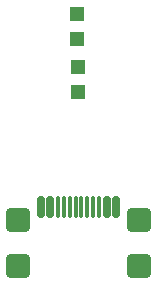
<source format=gbr>
G04*
G04 #@! TF.GenerationSoftware,Altium Limited,Altium Designer,24.2.2 (26)*
G04*
G04 Layer_Color=8421504*
%FSLAX44Y44*%
%MOMM*%
G71*
G04*
G04 #@! TF.SameCoordinates,A69A520D-3C44-4C1A-B5D4-BA9765A151AF*
G04*
G04*
G04 #@! TF.FilePolarity,Positive*
G04*
G01*
G75*
%ADD15R,1.2000X1.2000*%
G04:AMPARAMS|DCode=16|XSize=2mm|YSize=2mm|CornerRadius=0.3mm|HoleSize=0mm|Usage=FLASHONLY|Rotation=0.000|XOffset=0mm|YOffset=0mm|HoleType=Round|Shape=RoundedRectangle|*
%AMROUNDEDRECTD16*
21,1,2.0000,1.4000,0,0,0.0*
21,1,1.4000,2.0000,0,0,0.0*
1,1,0.6000,0.7000,-0.7000*
1,1,0.6000,-0.7000,-0.7000*
1,1,0.6000,-0.7000,0.7000*
1,1,0.6000,0.7000,0.7000*
%
%ADD16ROUNDEDRECTD16*%
G04:AMPARAMS|DCode=17|XSize=0.6mm|YSize=1.8mm|CornerRadius=0.15mm|HoleSize=0mm|Usage=FLASHONLY|Rotation=0.000|XOffset=0mm|YOffset=0mm|HoleType=Round|Shape=RoundedRectangle|*
%AMROUNDEDRECTD17*
21,1,0.6000,1.5000,0,0,0.0*
21,1,0.3000,1.8000,0,0,0.0*
1,1,0.3000,0.1500,-0.7500*
1,1,0.3000,-0.1500,-0.7500*
1,1,0.3000,-0.1500,0.7500*
1,1,0.3000,0.1500,0.7500*
%
%ADD17ROUNDEDRECTD17*%
G04:AMPARAMS|DCode=18|XSize=0.3mm|YSize=1.8mm|CornerRadius=0.075mm|HoleSize=0mm|Usage=FLASHONLY|Rotation=0.000|XOffset=0mm|YOffset=0mm|HoleType=Round|Shape=RoundedRectangle|*
%AMROUNDEDRECTD18*
21,1,0.3000,1.6500,0,0,0.0*
21,1,0.1500,1.8000,0,0,0.0*
1,1,0.1500,0.0750,-0.8250*
1,1,0.1500,-0.0750,-0.8250*
1,1,0.1500,-0.0750,0.8250*
1,1,0.1500,0.0750,0.8250*
%
%ADD18ROUNDEDRECTD18*%
D15*
X199390Y221910D02*
D03*
Y242910D02*
D03*
X199584Y176820D02*
D03*
Y197820D02*
D03*
D16*
X251152Y29676D02*
D03*
X149152D02*
D03*
X251152Y68676D02*
D03*
X149152D02*
D03*
D17*
X232402Y79174D02*
D03*
X168152D02*
D03*
X176152D02*
D03*
X224402D02*
D03*
D18*
X182680D02*
D03*
X187689D02*
D03*
X192698D02*
D03*
X197708D02*
D03*
X202716D02*
D03*
X207726D02*
D03*
X212735D02*
D03*
X217744D02*
D03*
M02*

</source>
